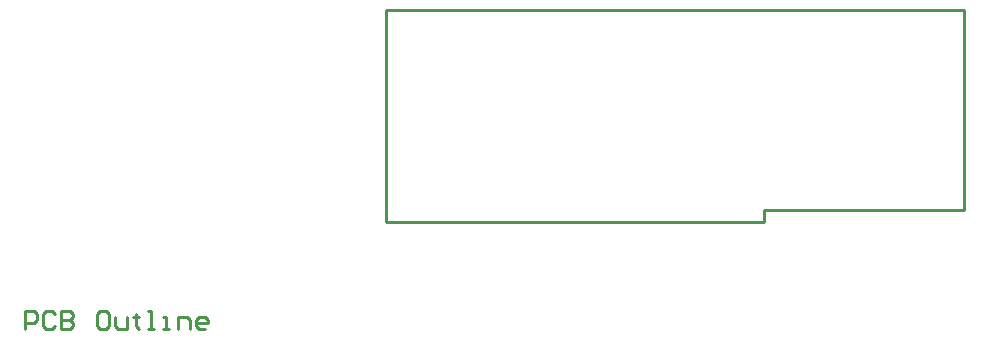
<source format=gm1>
G04 Layer_Color=16711935*
%FSLAX44Y44*%
%MOMM*%
G71*
G01*
G75*
%ADD34C,0.2540*%
%ADD43C,0.2500*%
D34*
X-305330Y-90834D02*
Y-75599D01*
X-297712D01*
X-295173Y-78138D01*
Y-83216D01*
X-297712Y-85756D01*
X-305330D01*
X-279938Y-78138D02*
X-282477Y-75599D01*
X-287556D01*
X-290095Y-78138D01*
Y-88295D01*
X-287556Y-90834D01*
X-282477D01*
X-279938Y-88295D01*
X-274860Y-75599D02*
Y-90834D01*
X-267242D01*
X-264703Y-88295D01*
Y-85756D01*
X-267242Y-83216D01*
X-274860D01*
X-267242D01*
X-264703Y-80677D01*
Y-78138D01*
X-267242Y-75599D01*
X-274860D01*
X-236772D02*
X-241850D01*
X-244390Y-78138D01*
Y-88295D01*
X-241850Y-90834D01*
X-236772D01*
X-234233Y-88295D01*
Y-78138D01*
X-236772Y-75599D01*
X-229154Y-80677D02*
Y-88295D01*
X-226615Y-90834D01*
X-218998D01*
Y-80677D01*
X-211380Y-78138D02*
Y-80677D01*
X-213920D01*
X-208841D01*
X-211380D01*
Y-88295D01*
X-208841Y-90834D01*
X-201224D02*
X-196145D01*
X-198684D01*
Y-75599D01*
X-201224D01*
X-188528Y-90834D02*
X-183449D01*
X-185989D01*
Y-80677D01*
X-188528D01*
X-175832Y-90834D02*
Y-80677D01*
X-168214D01*
X-165675Y-83216D01*
Y-90834D01*
X-152979D02*
X-158057D01*
X-160597Y-88295D01*
Y-83216D01*
X-158057Y-80677D01*
X-152979D01*
X-150440Y-83216D01*
Y-85756D01*
X-160597D01*
D43*
X0Y0D02*
Y180000D01*
X490000D01*
X0Y0D02*
X320000D01*
X490000Y10000D02*
Y180000D01*
X320000Y0D02*
Y10000D01*
X490000D01*
M02*

</source>
